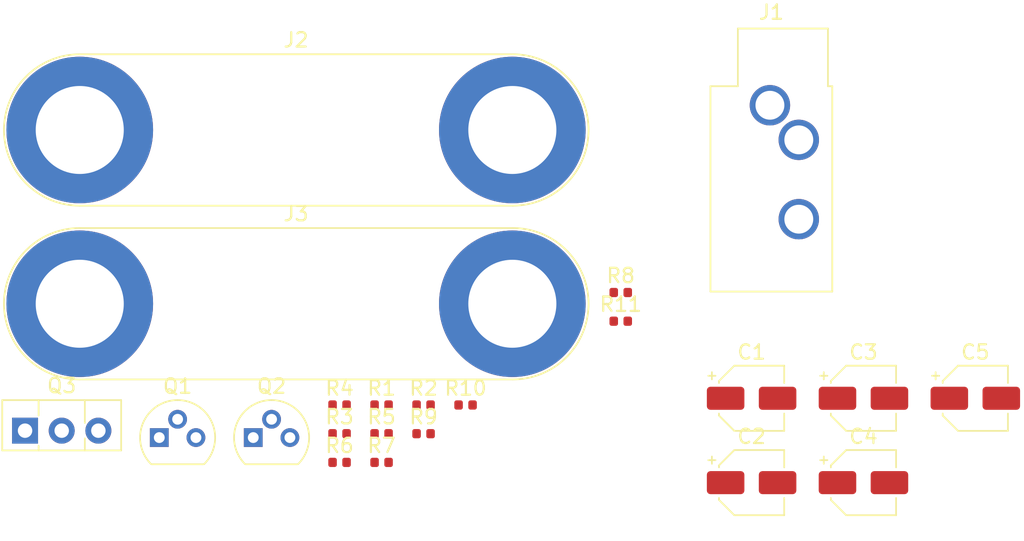
<source format=kicad_pcb>
(kicad_pcb (version 20171130) (host pcbnew "(5.1.0)-1")

  (general
    (thickness 1.6)
    (drawings 0)
    (tracks 0)
    (zones 0)
    (modules 22)
    (nets 15)
  )

  (page A4)
  (layers
    (0 F.Cu signal)
    (31 B.Cu signal)
    (32 B.Adhes user)
    (33 F.Adhes user)
    (34 B.Paste user)
    (35 F.Paste user)
    (36 B.SilkS user)
    (37 F.SilkS user)
    (38 B.Mask user)
    (39 F.Mask user)
    (40 Dwgs.User user)
    (41 Cmts.User user)
    (42 Eco1.User user)
    (43 Eco2.User user)
    (44 Edge.Cuts user)
    (45 Margin user)
    (46 B.CrtYd user)
    (47 F.CrtYd user)
    (48 B.Fab user)
    (49 F.Fab user)
  )

  (setup
    (last_trace_width 0.25)
    (trace_clearance 0.2)
    (zone_clearance 0.508)
    (zone_45_only no)
    (trace_min 0.2)
    (via_size 0.8)
    (via_drill 0.4)
    (via_min_size 0.4)
    (via_min_drill 0.3)
    (uvia_size 0.3)
    (uvia_drill 0.1)
    (uvias_allowed no)
    (uvia_min_size 0.2)
    (uvia_min_drill 0.1)
    (edge_width 0.05)
    (segment_width 0.2)
    (pcb_text_width 0.3)
    (pcb_text_size 1.5 1.5)
    (mod_edge_width 0.12)
    (mod_text_size 1 1)
    (mod_text_width 0.15)
    (pad_size 1.524 1.524)
    (pad_drill 0.762)
    (pad_to_mask_clearance 0.051)
    (solder_mask_min_width 0.25)
    (aux_axis_origin 0 0)
    (visible_elements 7FFFFFFF)
    (pcbplotparams
      (layerselection 0x010fc_ffffffff)
      (usegerberextensions false)
      (usegerberattributes false)
      (usegerberadvancedattributes false)
      (creategerberjobfile false)
      (excludeedgelayer true)
      (linewidth 0.100000)
      (plotframeref false)
      (viasonmask false)
      (mode 1)
      (useauxorigin false)
      (hpglpennumber 1)
      (hpglpenspeed 20)
      (hpglpendiameter 15.000000)
      (psnegative false)
      (psa4output false)
      (plotreference true)
      (plotvalue true)
      (plotinvisibletext false)
      (padsonsilk false)
      (subtractmaskfromsilk false)
      (outputformat 1)
      (mirror false)
      (drillshape 1)
      (scaleselection 1)
      (outputdirectory ""))
  )

  (net 0 "")
  (net 1 "Net-(J2-Pad1)")
  (net 2 GND)
  (net 3 "Net-(C5-Pad2)")
  (net 4 "Net-(C1-Pad2)")
  (net 5 "Net-(Q1-Pad3)")
  (net 6 "Net-(C3-Pad1)")
  (net 7 "Net-(Q2-Pad2)")
  (net 8 "Net-(Q2-Pad3)")
  (net 9 "Net-(C3-Pad2)")
  (net 10 "Net-(C5-Pad1)")
  (net 11 "Net-(C2-Pad1)")
  (net 12 "Net-(C4-Pad1)")
  (net 13 "Net-(C1-Pad1)")
  (net 14 "Net-(J1-PadT)")

  (net_class Default "This is the default net class."
    (clearance 0.2)
    (trace_width 0.25)
    (via_dia 0.8)
    (via_drill 0.4)
    (uvia_dia 0.3)
    (uvia_drill 0.1)
    (add_net GND)
    (add_net "Net-(C1-Pad1)")
    (add_net "Net-(C1-Pad2)")
    (add_net "Net-(C2-Pad1)")
    (add_net "Net-(C3-Pad1)")
    (add_net "Net-(C3-Pad2)")
    (add_net "Net-(C4-Pad1)")
    (add_net "Net-(C5-Pad1)")
    (add_net "Net-(C5-Pad2)")
    (add_net "Net-(J1-PadT)")
    (add_net "Net-(J2-Pad1)")
    (add_net "Net-(Q1-Pad3)")
    (add_net "Net-(Q2-Pad2)")
    (add_net "Net-(Q2-Pad3)")
  )

  (module Connector_Audio:Jack_3.5mm_CUI_SJ1-3533NG_Horizontal_CircularHoles (layer F.Cu) (tedit 5BAD3514) (tstamp 5F8DA859)
    (at 232.41 62.23)
    (descr "TRS 3.5mm, horizontal, through-hole, , circular holeshttps://www.cui.com/product/resource/sj1-353xng.pdf")
    (tags "TRS audio jack stereo horizontal circular")
    (path /5F8A193A)
    (fp_text reference J1 (at 0.1 -6.45) (layer F.SilkS)
      (effects (font (size 1 1) (thickness 0.15)))
    )
    (fp_text value AudioJack2_Ground (at 0.1 14.05) (layer F.Fab)
      (effects (font (size 1 1) (thickness 0.15)))
    )
    (fp_text user %R (at 0.1 3.8) (layer F.Fab)
      (effects (font (size 1 1) (thickness 0.15)))
    )
    (fp_line (start 4.7 -5.7) (end -4.5 -5.7) (layer F.CrtYd) (width 0.05))
    (fp_line (start 4.7 13.3) (end 4.7 -5.7) (layer F.CrtYd) (width 0.05))
    (fp_line (start -4.5 13.3) (end 4.7 13.3) (layer F.CrtYd) (width 0.05))
    (fp_line (start -4.5 -5.7) (end -4.5 13.3) (layer F.CrtYd) (width 0.05))
    (fp_line (start -2.22 -1.32) (end -2.22 -5.32) (layer F.SilkS) (width 0.12))
    (fp_line (start -4.12 -1.32) (end -2.22 -1.32) (layer F.SilkS) (width 0.12))
    (fp_line (start -4.12 12.92) (end -4.12 -1.32) (layer F.SilkS) (width 0.12))
    (fp_line (start 4.32 12.92) (end -4.12 12.92) (layer F.SilkS) (width 0.12))
    (fp_line (start 4.32 -1.32) (end 4.32 12.92) (layer F.SilkS) (width 0.12))
    (fp_line (start 4.02 -1.32) (end 4.32 -1.32) (layer F.SilkS) (width 0.12))
    (fp_line (start 4.02 -5.32) (end 4.02 -1.32) (layer F.SilkS) (width 0.12))
    (fp_line (start -2.22 -5.32) (end 4.02 -5.32) (layer F.SilkS) (width 0.12))
    (fp_line (start -2.1 -1.2) (end -2.1 -5.2) (layer F.Fab) (width 0.1))
    (fp_line (start -4 -1.2) (end -2.1 -1.2) (layer F.Fab) (width 0.1))
    (fp_line (start -4 12.8) (end -4 -1.2) (layer F.Fab) (width 0.1))
    (fp_line (start 4.2 12.8) (end -4 12.8) (layer F.Fab) (width 0.1))
    (fp_line (start 4.2 -1.2) (end 4.2 12.8) (layer F.Fab) (width 0.1))
    (fp_line (start 3.9 -1.2) (end 4.2 -1.2) (layer F.Fab) (width 0.1))
    (fp_line (start 3.9 -5.2) (end 3.9 -1.2) (layer F.Fab) (width 0.1))
    (fp_line (start -2.1 -5.2) (end 3.9 -5.2) (layer F.Fab) (width 0.1))
    (pad R thru_hole circle (at 2 7.9) (size 2.8 2.8) (drill 2) (layers *.Cu *.Mask)
      (net 2 GND))
    (pad T thru_hole circle (at 2 2.4) (size 2.8 2.8) (drill 2) (layers *.Cu *.Mask)
      (net 14 "Net-(J1-PadT)"))
    (pad S thru_hole circle (at 0 0) (size 2.8 2.8) (drill 2) (layers *.Cu *.Mask)
      (net 13 "Net-(C1-Pad1)"))
    (model ${KISYS3DMOD}/Connector_Audio.3dshapes/Jack_3.5mm_CUI_SJ1-3533NG_Horizontal.wrl
      (at (xyz 0 0 0))
      (scale (xyz 1 1 1))
      (rotate (xyz 0 0 0))
    )
  )

  (module Capacitor_SMD:CP_Elec_4x4.5 (layer F.Cu) (tedit 5BCA39CF) (tstamp 5F8D92DE)
    (at 246.64 82.55)
    (descr "SMD capacitor, aluminum electrolytic, Nichicon, 4.0x4.5mm")
    (tags "capacitor electrolytic")
    (path /5F8B47C2)
    (attr smd)
    (fp_text reference C5 (at 0 -3.2) (layer F.SilkS)
      (effects (font (size 1 1) (thickness 0.15)))
    )
    (fp_text value 22uF (at 0 3.2) (layer F.Fab)
      (effects (font (size 1 1) (thickness 0.15)))
    )
    (fp_text user %R (at 0 0) (layer F.Fab)
      (effects (font (size 0.8 0.8) (thickness 0.12)))
    )
    (fp_line (start -3.35 1.05) (end -2.4 1.05) (layer F.CrtYd) (width 0.05))
    (fp_line (start -3.35 -1.05) (end -3.35 1.05) (layer F.CrtYd) (width 0.05))
    (fp_line (start -2.4 -1.05) (end -3.35 -1.05) (layer F.CrtYd) (width 0.05))
    (fp_line (start -2.4 1.05) (end -2.4 1.25) (layer F.CrtYd) (width 0.05))
    (fp_line (start -2.4 -1.25) (end -2.4 -1.05) (layer F.CrtYd) (width 0.05))
    (fp_line (start -2.4 -1.25) (end -1.25 -2.4) (layer F.CrtYd) (width 0.05))
    (fp_line (start -2.4 1.25) (end -1.25 2.4) (layer F.CrtYd) (width 0.05))
    (fp_line (start -1.25 -2.4) (end 2.4 -2.4) (layer F.CrtYd) (width 0.05))
    (fp_line (start -1.25 2.4) (end 2.4 2.4) (layer F.CrtYd) (width 0.05))
    (fp_line (start 2.4 1.05) (end 2.4 2.4) (layer F.CrtYd) (width 0.05))
    (fp_line (start 3.35 1.05) (end 2.4 1.05) (layer F.CrtYd) (width 0.05))
    (fp_line (start 3.35 -1.05) (end 3.35 1.05) (layer F.CrtYd) (width 0.05))
    (fp_line (start 2.4 -1.05) (end 3.35 -1.05) (layer F.CrtYd) (width 0.05))
    (fp_line (start 2.4 -2.4) (end 2.4 -1.05) (layer F.CrtYd) (width 0.05))
    (fp_line (start -2.75 -1.81) (end -2.75 -1.31) (layer F.SilkS) (width 0.12))
    (fp_line (start -3 -1.56) (end -2.5 -1.56) (layer F.SilkS) (width 0.12))
    (fp_line (start -2.26 1.195563) (end -1.195563 2.26) (layer F.SilkS) (width 0.12))
    (fp_line (start -2.26 -1.195563) (end -1.195563 -2.26) (layer F.SilkS) (width 0.12))
    (fp_line (start -2.26 -1.195563) (end -2.26 -1.06) (layer F.SilkS) (width 0.12))
    (fp_line (start -2.26 1.195563) (end -2.26 1.06) (layer F.SilkS) (width 0.12))
    (fp_line (start -1.195563 2.26) (end 2.26 2.26) (layer F.SilkS) (width 0.12))
    (fp_line (start -1.195563 -2.26) (end 2.26 -2.26) (layer F.SilkS) (width 0.12))
    (fp_line (start 2.26 -2.26) (end 2.26 -1.06) (layer F.SilkS) (width 0.12))
    (fp_line (start 2.26 2.26) (end 2.26 1.06) (layer F.SilkS) (width 0.12))
    (fp_line (start -1.374773 -1.2) (end -1.374773 -0.8) (layer F.Fab) (width 0.1))
    (fp_line (start -1.574773 -1) (end -1.174773 -1) (layer F.Fab) (width 0.1))
    (fp_line (start -2.15 1.15) (end -1.15 2.15) (layer F.Fab) (width 0.1))
    (fp_line (start -2.15 -1.15) (end -1.15 -2.15) (layer F.Fab) (width 0.1))
    (fp_line (start -2.15 -1.15) (end -2.15 1.15) (layer F.Fab) (width 0.1))
    (fp_line (start -1.15 2.15) (end 2.15 2.15) (layer F.Fab) (width 0.1))
    (fp_line (start -1.15 -2.15) (end 2.15 -2.15) (layer F.Fab) (width 0.1))
    (fp_line (start 2.15 -2.15) (end 2.15 2.15) (layer F.Fab) (width 0.1))
    (fp_circle (center 0 0) (end 2 0) (layer F.Fab) (width 0.1))
    (pad 2 smd roundrect (at 1.8 0) (size 2.6 1.6) (layers F.Cu F.Paste F.Mask) (roundrect_rratio 0.15625)
      (net 3 "Net-(C5-Pad2)"))
    (pad 1 smd roundrect (at -1.8 0) (size 2.6 1.6) (layers F.Cu F.Paste F.Mask) (roundrect_rratio 0.15625)
      (net 10 "Net-(C5-Pad1)"))
    (model ${KISYS3DMOD}/Capacitor_SMD.3dshapes/CP_Elec_4x4.5.wrl
      (at (xyz 0 0 0))
      (scale (xyz 1 1 1))
      (rotate (xyz 0 0 0))
    )
  )

  (module Capacitor_SMD:CP_Elec_4x4.5 (layer F.Cu) (tedit 5BCA39CF) (tstamp 5F8D92B6)
    (at 238.89 88.4)
    (descr "SMD capacitor, aluminum electrolytic, Nichicon, 4.0x4.5mm")
    (tags "capacitor electrolytic")
    (path /5F88A45C)
    (attr smd)
    (fp_text reference C4 (at 0 -3.2) (layer F.SilkS)
      (effects (font (size 1 1) (thickness 0.15)))
    )
    (fp_text value 3.3uF (at 0 3.2) (layer F.Fab)
      (effects (font (size 1 1) (thickness 0.15)))
    )
    (fp_text user %R (at 0 0) (layer F.Fab)
      (effects (font (size 0.8 0.8) (thickness 0.12)))
    )
    (fp_line (start -3.35 1.05) (end -2.4 1.05) (layer F.CrtYd) (width 0.05))
    (fp_line (start -3.35 -1.05) (end -3.35 1.05) (layer F.CrtYd) (width 0.05))
    (fp_line (start -2.4 -1.05) (end -3.35 -1.05) (layer F.CrtYd) (width 0.05))
    (fp_line (start -2.4 1.05) (end -2.4 1.25) (layer F.CrtYd) (width 0.05))
    (fp_line (start -2.4 -1.25) (end -2.4 -1.05) (layer F.CrtYd) (width 0.05))
    (fp_line (start -2.4 -1.25) (end -1.25 -2.4) (layer F.CrtYd) (width 0.05))
    (fp_line (start -2.4 1.25) (end -1.25 2.4) (layer F.CrtYd) (width 0.05))
    (fp_line (start -1.25 -2.4) (end 2.4 -2.4) (layer F.CrtYd) (width 0.05))
    (fp_line (start -1.25 2.4) (end 2.4 2.4) (layer F.CrtYd) (width 0.05))
    (fp_line (start 2.4 1.05) (end 2.4 2.4) (layer F.CrtYd) (width 0.05))
    (fp_line (start 3.35 1.05) (end 2.4 1.05) (layer F.CrtYd) (width 0.05))
    (fp_line (start 3.35 -1.05) (end 3.35 1.05) (layer F.CrtYd) (width 0.05))
    (fp_line (start 2.4 -1.05) (end 3.35 -1.05) (layer F.CrtYd) (width 0.05))
    (fp_line (start 2.4 -2.4) (end 2.4 -1.05) (layer F.CrtYd) (width 0.05))
    (fp_line (start -2.75 -1.81) (end -2.75 -1.31) (layer F.SilkS) (width 0.12))
    (fp_line (start -3 -1.56) (end -2.5 -1.56) (layer F.SilkS) (width 0.12))
    (fp_line (start -2.26 1.195563) (end -1.195563 2.26) (layer F.SilkS) (width 0.12))
    (fp_line (start -2.26 -1.195563) (end -1.195563 -2.26) (layer F.SilkS) (width 0.12))
    (fp_line (start -2.26 -1.195563) (end -2.26 -1.06) (layer F.SilkS) (width 0.12))
    (fp_line (start -2.26 1.195563) (end -2.26 1.06) (layer F.SilkS) (width 0.12))
    (fp_line (start -1.195563 2.26) (end 2.26 2.26) (layer F.SilkS) (width 0.12))
    (fp_line (start -1.195563 -2.26) (end 2.26 -2.26) (layer F.SilkS) (width 0.12))
    (fp_line (start 2.26 -2.26) (end 2.26 -1.06) (layer F.SilkS) (width 0.12))
    (fp_line (start 2.26 2.26) (end 2.26 1.06) (layer F.SilkS) (width 0.12))
    (fp_line (start -1.374773 -1.2) (end -1.374773 -0.8) (layer F.Fab) (width 0.1))
    (fp_line (start -1.574773 -1) (end -1.174773 -1) (layer F.Fab) (width 0.1))
    (fp_line (start -2.15 1.15) (end -1.15 2.15) (layer F.Fab) (width 0.1))
    (fp_line (start -2.15 -1.15) (end -1.15 -2.15) (layer F.Fab) (width 0.1))
    (fp_line (start -2.15 -1.15) (end -2.15 1.15) (layer F.Fab) (width 0.1))
    (fp_line (start -1.15 2.15) (end 2.15 2.15) (layer F.Fab) (width 0.1))
    (fp_line (start -1.15 -2.15) (end 2.15 -2.15) (layer F.Fab) (width 0.1))
    (fp_line (start 2.15 -2.15) (end 2.15 2.15) (layer F.Fab) (width 0.1))
    (fp_circle (center 0 0) (end 2 0) (layer F.Fab) (width 0.1))
    (pad 2 smd roundrect (at 1.8 0) (size 2.6 1.6) (layers F.Cu F.Paste F.Mask) (roundrect_rratio 0.15625)
      (net 2 GND))
    (pad 1 smd roundrect (at -1.8 0) (size 2.6 1.6) (layers F.Cu F.Paste F.Mask) (roundrect_rratio 0.15625)
      (net 12 "Net-(C4-Pad1)"))
    (model ${KISYS3DMOD}/Capacitor_SMD.3dshapes/CP_Elec_4x4.5.wrl
      (at (xyz 0 0 0))
      (scale (xyz 1 1 1))
      (rotate (xyz 0 0 0))
    )
  )

  (module Capacitor_SMD:CP_Elec_4x4.5 (layer F.Cu) (tedit 5BCA39CF) (tstamp 5F8D928E)
    (at 238.89 82.55)
    (descr "SMD capacitor, aluminum electrolytic, Nichicon, 4.0x4.5mm")
    (tags "capacitor electrolytic")
    (path /5F8BFBC1)
    (attr smd)
    (fp_text reference C3 (at 0 -3.2) (layer F.SilkS)
      (effects (font (size 1 1) (thickness 0.15)))
    )
    (fp_text value 10uF (at 0 3.2) (layer F.Fab)
      (effects (font (size 1 1) (thickness 0.15)))
    )
    (fp_text user %R (at 0 0) (layer F.Fab)
      (effects (font (size 0.8 0.8) (thickness 0.12)))
    )
    (fp_line (start -3.35 1.05) (end -2.4 1.05) (layer F.CrtYd) (width 0.05))
    (fp_line (start -3.35 -1.05) (end -3.35 1.05) (layer F.CrtYd) (width 0.05))
    (fp_line (start -2.4 -1.05) (end -3.35 -1.05) (layer F.CrtYd) (width 0.05))
    (fp_line (start -2.4 1.05) (end -2.4 1.25) (layer F.CrtYd) (width 0.05))
    (fp_line (start -2.4 -1.25) (end -2.4 -1.05) (layer F.CrtYd) (width 0.05))
    (fp_line (start -2.4 -1.25) (end -1.25 -2.4) (layer F.CrtYd) (width 0.05))
    (fp_line (start -2.4 1.25) (end -1.25 2.4) (layer F.CrtYd) (width 0.05))
    (fp_line (start -1.25 -2.4) (end 2.4 -2.4) (layer F.CrtYd) (width 0.05))
    (fp_line (start -1.25 2.4) (end 2.4 2.4) (layer F.CrtYd) (width 0.05))
    (fp_line (start 2.4 1.05) (end 2.4 2.4) (layer F.CrtYd) (width 0.05))
    (fp_line (start 3.35 1.05) (end 2.4 1.05) (layer F.CrtYd) (width 0.05))
    (fp_line (start 3.35 -1.05) (end 3.35 1.05) (layer F.CrtYd) (width 0.05))
    (fp_line (start 2.4 -1.05) (end 3.35 -1.05) (layer F.CrtYd) (width 0.05))
    (fp_line (start 2.4 -2.4) (end 2.4 -1.05) (layer F.CrtYd) (width 0.05))
    (fp_line (start -2.75 -1.81) (end -2.75 -1.31) (layer F.SilkS) (width 0.12))
    (fp_line (start -3 -1.56) (end -2.5 -1.56) (layer F.SilkS) (width 0.12))
    (fp_line (start -2.26 1.195563) (end -1.195563 2.26) (layer F.SilkS) (width 0.12))
    (fp_line (start -2.26 -1.195563) (end -1.195563 -2.26) (layer F.SilkS) (width 0.12))
    (fp_line (start -2.26 -1.195563) (end -2.26 -1.06) (layer F.SilkS) (width 0.12))
    (fp_line (start -2.26 1.195563) (end -2.26 1.06) (layer F.SilkS) (width 0.12))
    (fp_line (start -1.195563 2.26) (end 2.26 2.26) (layer F.SilkS) (width 0.12))
    (fp_line (start -1.195563 -2.26) (end 2.26 -2.26) (layer F.SilkS) (width 0.12))
    (fp_line (start 2.26 -2.26) (end 2.26 -1.06) (layer F.SilkS) (width 0.12))
    (fp_line (start 2.26 2.26) (end 2.26 1.06) (layer F.SilkS) (width 0.12))
    (fp_line (start -1.374773 -1.2) (end -1.374773 -0.8) (layer F.Fab) (width 0.1))
    (fp_line (start -1.574773 -1) (end -1.174773 -1) (layer F.Fab) (width 0.1))
    (fp_line (start -2.15 1.15) (end -1.15 2.15) (layer F.Fab) (width 0.1))
    (fp_line (start -2.15 -1.15) (end -1.15 -2.15) (layer F.Fab) (width 0.1))
    (fp_line (start -2.15 -1.15) (end -2.15 1.15) (layer F.Fab) (width 0.1))
    (fp_line (start -1.15 2.15) (end 2.15 2.15) (layer F.Fab) (width 0.1))
    (fp_line (start -1.15 -2.15) (end 2.15 -2.15) (layer F.Fab) (width 0.1))
    (fp_line (start 2.15 -2.15) (end 2.15 2.15) (layer F.Fab) (width 0.1))
    (fp_circle (center 0 0) (end 2 0) (layer F.Fab) (width 0.1))
    (pad 2 smd roundrect (at 1.8 0) (size 2.6 1.6) (layers F.Cu F.Paste F.Mask) (roundrect_rratio 0.15625)
      (net 9 "Net-(C3-Pad2)"))
    (pad 1 smd roundrect (at -1.8 0) (size 2.6 1.6) (layers F.Cu F.Paste F.Mask) (roundrect_rratio 0.15625)
      (net 6 "Net-(C3-Pad1)"))
    (model ${KISYS3DMOD}/Capacitor_SMD.3dshapes/CP_Elec_4x4.5.wrl
      (at (xyz 0 0 0))
      (scale (xyz 1 1 1))
      (rotate (xyz 0 0 0))
    )
  )

  (module Capacitor_SMD:CP_Elec_4x4.5 (layer F.Cu) (tedit 5BCA39CF) (tstamp 5F8D9266)
    (at 231.14 88.4)
    (descr "SMD capacitor, aluminum electrolytic, Nichicon, 4.0x4.5mm")
    (tags "capacitor electrolytic")
    (path /5F87F83D)
    (attr smd)
    (fp_text reference C2 (at 0 -3.2) (layer F.SilkS)
      (effects (font (size 1 1) (thickness 0.15)))
    )
    (fp_text value 3.3uF (at 0 3.2) (layer F.Fab)
      (effects (font (size 1 1) (thickness 0.15)))
    )
    (fp_text user %R (at 0 0) (layer F.Fab)
      (effects (font (size 0.8 0.8) (thickness 0.12)))
    )
    (fp_line (start -3.35 1.05) (end -2.4 1.05) (layer F.CrtYd) (width 0.05))
    (fp_line (start -3.35 -1.05) (end -3.35 1.05) (layer F.CrtYd) (width 0.05))
    (fp_line (start -2.4 -1.05) (end -3.35 -1.05) (layer F.CrtYd) (width 0.05))
    (fp_line (start -2.4 1.05) (end -2.4 1.25) (layer F.CrtYd) (width 0.05))
    (fp_line (start -2.4 -1.25) (end -2.4 -1.05) (layer F.CrtYd) (width 0.05))
    (fp_line (start -2.4 -1.25) (end -1.25 -2.4) (layer F.CrtYd) (width 0.05))
    (fp_line (start -2.4 1.25) (end -1.25 2.4) (layer F.CrtYd) (width 0.05))
    (fp_line (start -1.25 -2.4) (end 2.4 -2.4) (layer F.CrtYd) (width 0.05))
    (fp_line (start -1.25 2.4) (end 2.4 2.4) (layer F.CrtYd) (width 0.05))
    (fp_line (start 2.4 1.05) (end 2.4 2.4) (layer F.CrtYd) (width 0.05))
    (fp_line (start 3.35 1.05) (end 2.4 1.05) (layer F.CrtYd) (width 0.05))
    (fp_line (start 3.35 -1.05) (end 3.35 1.05) (layer F.CrtYd) (width 0.05))
    (fp_line (start 2.4 -1.05) (end 3.35 -1.05) (layer F.CrtYd) (width 0.05))
    (fp_line (start 2.4 -2.4) (end 2.4 -1.05) (layer F.CrtYd) (width 0.05))
    (fp_line (start -2.75 -1.81) (end -2.75 -1.31) (layer F.SilkS) (width 0.12))
    (fp_line (start -3 -1.56) (end -2.5 -1.56) (layer F.SilkS) (width 0.12))
    (fp_line (start -2.26 1.195563) (end -1.195563 2.26) (layer F.SilkS) (width 0.12))
    (fp_line (start -2.26 -1.195563) (end -1.195563 -2.26) (layer F.SilkS) (width 0.12))
    (fp_line (start -2.26 -1.195563) (end -2.26 -1.06) (layer F.SilkS) (width 0.12))
    (fp_line (start -2.26 1.195563) (end -2.26 1.06) (layer F.SilkS) (width 0.12))
    (fp_line (start -1.195563 2.26) (end 2.26 2.26) (layer F.SilkS) (width 0.12))
    (fp_line (start -1.195563 -2.26) (end 2.26 -2.26) (layer F.SilkS) (width 0.12))
    (fp_line (start 2.26 -2.26) (end 2.26 -1.06) (layer F.SilkS) (width 0.12))
    (fp_line (start 2.26 2.26) (end 2.26 1.06) (layer F.SilkS) (width 0.12))
    (fp_line (start -1.374773 -1.2) (end -1.374773 -0.8) (layer F.Fab) (width 0.1))
    (fp_line (start -1.574773 -1) (end -1.174773 -1) (layer F.Fab) (width 0.1))
    (fp_line (start -2.15 1.15) (end -1.15 2.15) (layer F.Fab) (width 0.1))
    (fp_line (start -2.15 -1.15) (end -1.15 -2.15) (layer F.Fab) (width 0.1))
    (fp_line (start -2.15 -1.15) (end -2.15 1.15) (layer F.Fab) (width 0.1))
    (fp_line (start -1.15 2.15) (end 2.15 2.15) (layer F.Fab) (width 0.1))
    (fp_line (start -1.15 -2.15) (end 2.15 -2.15) (layer F.Fab) (width 0.1))
    (fp_line (start 2.15 -2.15) (end 2.15 2.15) (layer F.Fab) (width 0.1))
    (fp_circle (center 0 0) (end 2 0) (layer F.Fab) (width 0.1))
    (pad 2 smd roundrect (at 1.8 0) (size 2.6 1.6) (layers F.Cu F.Paste F.Mask) (roundrect_rratio 0.15625)
      (net 2 GND))
    (pad 1 smd roundrect (at -1.8 0) (size 2.6 1.6) (layers F.Cu F.Paste F.Mask) (roundrect_rratio 0.15625)
      (net 11 "Net-(C2-Pad1)"))
    (model ${KISYS3DMOD}/Capacitor_SMD.3dshapes/CP_Elec_4x4.5.wrl
      (at (xyz 0 0 0))
      (scale (xyz 1 1 1))
      (rotate (xyz 0 0 0))
    )
  )

  (module Capacitor_SMD:CP_Elec_4x4.5 (layer F.Cu) (tedit 5BCA39CF) (tstamp 5F8D923E)
    (at 231.14 82.55)
    (descr "SMD capacitor, aluminum electrolytic, Nichicon, 4.0x4.5mm")
    (tags "capacitor electrolytic")
    (path /5F87B6C6)
    (attr smd)
    (fp_text reference C1 (at 0 -3.2) (layer F.SilkS)
      (effects (font (size 1 1) (thickness 0.15)))
    )
    (fp_text value 10uF (at 0 3.2) (layer F.Fab)
      (effects (font (size 1 1) (thickness 0.15)))
    )
    (fp_text user %R (at 0 0) (layer F.Fab)
      (effects (font (size 0.8 0.8) (thickness 0.12)))
    )
    (fp_line (start -3.35 1.05) (end -2.4 1.05) (layer F.CrtYd) (width 0.05))
    (fp_line (start -3.35 -1.05) (end -3.35 1.05) (layer F.CrtYd) (width 0.05))
    (fp_line (start -2.4 -1.05) (end -3.35 -1.05) (layer F.CrtYd) (width 0.05))
    (fp_line (start -2.4 1.05) (end -2.4 1.25) (layer F.CrtYd) (width 0.05))
    (fp_line (start -2.4 -1.25) (end -2.4 -1.05) (layer F.CrtYd) (width 0.05))
    (fp_line (start -2.4 -1.25) (end -1.25 -2.4) (layer F.CrtYd) (width 0.05))
    (fp_line (start -2.4 1.25) (end -1.25 2.4) (layer F.CrtYd) (width 0.05))
    (fp_line (start -1.25 -2.4) (end 2.4 -2.4) (layer F.CrtYd) (width 0.05))
    (fp_line (start -1.25 2.4) (end 2.4 2.4) (layer F.CrtYd) (width 0.05))
    (fp_line (start 2.4 1.05) (end 2.4 2.4) (layer F.CrtYd) (width 0.05))
    (fp_line (start 3.35 1.05) (end 2.4 1.05) (layer F.CrtYd) (width 0.05))
    (fp_line (start 3.35 -1.05) (end 3.35 1.05) (layer F.CrtYd) (width 0.05))
    (fp_line (start 2.4 -1.05) (end 3.35 -1.05) (layer F.CrtYd) (width 0.05))
    (fp_line (start 2.4 -2.4) (end 2.4 -1.05) (layer F.CrtYd) (width 0.05))
    (fp_line (start -2.75 -1.81) (end -2.75 -1.31) (layer F.SilkS) (width 0.12))
    (fp_line (start -3 -1.56) (end -2.5 -1.56) (layer F.SilkS) (width 0.12))
    (fp_line (start -2.26 1.195563) (end -1.195563 2.26) (layer F.SilkS) (width 0.12))
    (fp_line (start -2.26 -1.195563) (end -1.195563 -2.26) (layer F.SilkS) (width 0.12))
    (fp_line (start -2.26 -1.195563) (end -2.26 -1.06) (layer F.SilkS) (width 0.12))
    (fp_line (start -2.26 1.195563) (end -2.26 1.06) (layer F.SilkS) (width 0.12))
    (fp_line (start -1.195563 2.26) (end 2.26 2.26) (layer F.SilkS) (width 0.12))
    (fp_line (start -1.195563 -2.26) (end 2.26 -2.26) (layer F.SilkS) (width 0.12))
    (fp_line (start 2.26 -2.26) (end 2.26 -1.06) (layer F.SilkS) (width 0.12))
    (fp_line (start 2.26 2.26) (end 2.26 1.06) (layer F.SilkS) (width 0.12))
    (fp_line (start -1.374773 -1.2) (end -1.374773 -0.8) (layer F.Fab) (width 0.1))
    (fp_line (start -1.574773 -1) (end -1.174773 -1) (layer F.Fab) (width 0.1))
    (fp_line (start -2.15 1.15) (end -1.15 2.15) (layer F.Fab) (width 0.1))
    (fp_line (start -2.15 -1.15) (end -1.15 -2.15) (layer F.Fab) (width 0.1))
    (fp_line (start -2.15 -1.15) (end -2.15 1.15) (layer F.Fab) (width 0.1))
    (fp_line (start -1.15 2.15) (end 2.15 2.15) (layer F.Fab) (width 0.1))
    (fp_line (start -1.15 -2.15) (end 2.15 -2.15) (layer F.Fab) (width 0.1))
    (fp_line (start 2.15 -2.15) (end 2.15 2.15) (layer F.Fab) (width 0.1))
    (fp_circle (center 0 0) (end 2 0) (layer F.Fab) (width 0.1))
    (pad 2 smd roundrect (at 1.8 0) (size 2.6 1.6) (layers F.Cu F.Paste F.Mask) (roundrect_rratio 0.15625)
      (net 4 "Net-(C1-Pad2)"))
    (pad 1 smd roundrect (at -1.8 0) (size 2.6 1.6) (layers F.Cu F.Paste F.Mask) (roundrect_rratio 0.15625)
      (net 13 "Net-(C1-Pad1)"))
    (model ${KISYS3DMOD}/Capacitor_SMD.3dshapes/CP_Elec_4x4.5.wrl
      (at (xyz 0 0 0))
      (scale (xyz 1 1 1))
      (rotate (xyz 0 0 0))
    )
  )

  (module Connector:Banana_Jack_2Pin (layer F.Cu) (tedit 5A1AB217) (tstamp 5F8D88F2)
    (at 184.595001 63.945001)
    (descr "Dual banana socket, footprint - 2 x 6mm drills")
    (tags "banana socket")
    (path /5F89E0FF)
    (fp_text reference J2 (at 14.985 -6.24) (layer F.SilkS)
      (effects (font (size 1 1) (thickness 0.15)))
    )
    (fp_text value 12V (at 14.985 6.29) (layer F.Fab)
      (effects (font (size 1 1) (thickness 0.15)))
    )
    (fp_text user %R (at 14.985 0) (layer F.Fab)
      (effects (font (size 1 1) (thickness 0.15)))
    )
    (fp_line (start 30 -5.5) (end 0 -5.5) (layer F.CrtYd) (width 0.05))
    (fp_line (start 0 5.5) (end 30 5.5) (layer F.CrtYd) (width 0.05))
    (fp_line (start 0 5.25) (end 30 5.25) (layer F.SilkS) (width 0.12))
    (fp_line (start 30 -5.25) (end 0 -5.25) (layer F.SilkS) (width 0.12))
    (fp_circle (center 30 0) (end 32 0) (layer F.Fab) (width 0.1))
    (fp_circle (center 0 0) (end 2 0) (layer F.Fab) (width 0.1))
    (fp_circle (center 0 0) (end 4.75 0) (layer F.Fab) (width 0.1))
    (fp_circle (center 30 0) (end 34.75 0) (layer F.Fab) (width 0.1))
    (fp_arc (start 0 0) (end 0 5.5) (angle 180) (layer F.CrtYd) (width 0.05))
    (fp_arc (start 30 0) (end 30 -5.5) (angle 180) (layer F.CrtYd) (width 0.05))
    (fp_arc (start 30 0) (end 30 -5.25) (angle 180) (layer F.SilkS) (width 0.12))
    (fp_arc (start 0 0) (end 0 5.25) (angle 180) (layer F.SilkS) (width 0.12))
    (pad 1 thru_hole circle (at 0 0) (size 10.16 10.16) (drill 6.1) (layers *.Cu *.Mask)
      (net 1 "Net-(J2-Pad1)"))
    (pad 2 thru_hole circle (at 29.97 0) (size 10.16 10.16) (drill 6.1) (layers *.Cu *.Mask)
      (net 2 GND))
    (model ${KISYS3DMOD}/Connector.3dshapes/Banana_Jack_2Pin.wrl
      (offset (xyz 14.98599977493286 0 0))
      (scale (xyz 2 2 2))
      (rotate (xyz 0 0 0))
    )
  )

  (module Connector:Banana_Jack_2Pin (layer F.Cu) (tedit 5A1AB217) (tstamp 5F8D8905)
    (at 184.595001 75.995001)
    (descr "Dual banana socket, footprint - 2 x 6mm drills")
    (tags "banana socket")
    (path /5F8C6ECE)
    (fp_text reference J3 (at 14.985 -6.24) (layer F.SilkS)
      (effects (font (size 1 1) (thickness 0.15)))
    )
    (fp_text value "Signal out" (at 14.985 6.29) (layer F.Fab)
      (effects (font (size 1 1) (thickness 0.15)))
    )
    (fp_arc (start 0 0) (end 0 5.25) (angle 180) (layer F.SilkS) (width 0.12))
    (fp_arc (start 30 0) (end 30 -5.25) (angle 180) (layer F.SilkS) (width 0.12))
    (fp_arc (start 30 0) (end 30 -5.5) (angle 180) (layer F.CrtYd) (width 0.05))
    (fp_arc (start 0 0) (end 0 5.5) (angle 180) (layer F.CrtYd) (width 0.05))
    (fp_circle (center 30 0) (end 34.75 0) (layer F.Fab) (width 0.1))
    (fp_circle (center 0 0) (end 4.75 0) (layer F.Fab) (width 0.1))
    (fp_circle (center 0 0) (end 2 0) (layer F.Fab) (width 0.1))
    (fp_circle (center 30 0) (end 32 0) (layer F.Fab) (width 0.1))
    (fp_line (start 30 -5.25) (end 0 -5.25) (layer F.SilkS) (width 0.12))
    (fp_line (start 0 5.25) (end 30 5.25) (layer F.SilkS) (width 0.12))
    (fp_line (start 0 5.5) (end 30 5.5) (layer F.CrtYd) (width 0.05))
    (fp_line (start 30 -5.5) (end 0 -5.5) (layer F.CrtYd) (width 0.05))
    (fp_text user %R (at 14.985 0) (layer F.Fab)
      (effects (font (size 1 1) (thickness 0.15)))
    )
    (pad 2 thru_hole circle (at 29.97 0) (size 10.16 10.16) (drill 6.1) (layers *.Cu *.Mask)
      (net 2 GND))
    (pad 1 thru_hole circle (at 0 0) (size 10.16 10.16) (drill 6.1) (layers *.Cu *.Mask)
      (net 3 "Net-(C5-Pad2)"))
    (model ${KISYS3DMOD}/Connector.3dshapes/Banana_Jack_2Pin.wrl
      (offset (xyz 14.98599977493286 0 0))
      (scale (xyz 2 2 2))
      (rotate (xyz 0 0 0))
    )
  )

  (module Package_TO_SOT_THT:TO-92 (layer F.Cu) (tedit 5A279852) (tstamp 5F8D8917)
    (at 190.105001 85.275001)
    (descr "TO-92 leads molded, narrow, drill 0.75mm (see NXP sot054_po.pdf)")
    (tags "to-92 sc-43 sc-43a sot54 PA33 transistor")
    (path /5F879C61)
    (fp_text reference Q1 (at 1.27 -3.56) (layer F.SilkS)
      (effects (font (size 1 1) (thickness 0.15)))
    )
    (fp_text value BC546 (at 1.27 2.79) (layer F.Fab)
      (effects (font (size 1 1) (thickness 0.15)))
    )
    (fp_arc (start 1.27 0) (end 1.27 -2.6) (angle 135) (layer F.SilkS) (width 0.12))
    (fp_arc (start 1.27 0) (end 1.27 -2.48) (angle -135) (layer F.Fab) (width 0.1))
    (fp_arc (start 1.27 0) (end 1.27 -2.6) (angle -135) (layer F.SilkS) (width 0.12))
    (fp_arc (start 1.27 0) (end 1.27 -2.48) (angle 135) (layer F.Fab) (width 0.1))
    (fp_line (start 4 2.01) (end -1.46 2.01) (layer F.CrtYd) (width 0.05))
    (fp_line (start 4 2.01) (end 4 -2.73) (layer F.CrtYd) (width 0.05))
    (fp_line (start -1.46 -2.73) (end -1.46 2.01) (layer F.CrtYd) (width 0.05))
    (fp_line (start -1.46 -2.73) (end 4 -2.73) (layer F.CrtYd) (width 0.05))
    (fp_line (start -0.5 1.75) (end 3 1.75) (layer F.Fab) (width 0.1))
    (fp_line (start -0.53 1.85) (end 3.07 1.85) (layer F.SilkS) (width 0.12))
    (fp_text user %R (at 1.27 -3.56) (layer F.Fab)
      (effects (font (size 1 1) (thickness 0.15)))
    )
    (pad 1 thru_hole rect (at 0 0 90) (size 1.3 1.3) (drill 0.75) (layers *.Cu *.Mask)
      (net 4 "Net-(C1-Pad2)"))
    (pad 3 thru_hole circle (at 2.54 0 90) (size 1.3 1.3) (drill 0.75) (layers *.Cu *.Mask)
      (net 5 "Net-(Q1-Pad3)"))
    (pad 2 thru_hole circle (at 1.27 -1.27 90) (size 1.3 1.3) (drill 0.75) (layers *.Cu *.Mask)
      (net 6 "Net-(C3-Pad1)"))
    (model ${KISYS3DMOD}/Package_TO_SOT_THT.3dshapes/TO-92.wrl
      (at (xyz 0 0 0))
      (scale (xyz 1 1 1))
      (rotate (xyz 0 0 0))
    )
  )

  (module Package_TO_SOT_THT:TO-92 (layer F.Cu) (tedit 5A279852) (tstamp 5F8D8929)
    (at 196.615001 85.275001)
    (descr "TO-92 leads molded, narrow, drill 0.75mm (see NXP sot054_po.pdf)")
    (tags "to-92 sc-43 sc-43a sot54 PA33 transistor")
    (path /5F88A433)
    (fp_text reference Q2 (at 1.27 -3.56) (layer F.SilkS)
      (effects (font (size 1 1) (thickness 0.15)))
    )
    (fp_text value BC546 (at 1.27 2.79) (layer F.Fab)
      (effects (font (size 1 1) (thickness 0.15)))
    )
    (fp_text user %R (at 1.27 -3.56) (layer F.Fab)
      (effects (font (size 1 1) (thickness 0.15)))
    )
    (fp_line (start -0.53 1.85) (end 3.07 1.85) (layer F.SilkS) (width 0.12))
    (fp_line (start -0.5 1.75) (end 3 1.75) (layer F.Fab) (width 0.1))
    (fp_line (start -1.46 -2.73) (end 4 -2.73) (layer F.CrtYd) (width 0.05))
    (fp_line (start -1.46 -2.73) (end -1.46 2.01) (layer F.CrtYd) (width 0.05))
    (fp_line (start 4 2.01) (end 4 -2.73) (layer F.CrtYd) (width 0.05))
    (fp_line (start 4 2.01) (end -1.46 2.01) (layer F.CrtYd) (width 0.05))
    (fp_arc (start 1.27 0) (end 1.27 -2.48) (angle 135) (layer F.Fab) (width 0.1))
    (fp_arc (start 1.27 0) (end 1.27 -2.6) (angle -135) (layer F.SilkS) (width 0.12))
    (fp_arc (start 1.27 0) (end 1.27 -2.48) (angle -135) (layer F.Fab) (width 0.1))
    (fp_arc (start 1.27 0) (end 1.27 -2.6) (angle 135) (layer F.SilkS) (width 0.12))
    (pad 2 thru_hole circle (at 1.27 -1.27 90) (size 1.3 1.3) (drill 0.75) (layers *.Cu *.Mask)
      (net 7 "Net-(Q2-Pad2)"))
    (pad 3 thru_hole circle (at 2.54 0 90) (size 1.3 1.3) (drill 0.75) (layers *.Cu *.Mask)
      (net 8 "Net-(Q2-Pad3)"))
    (pad 1 thru_hole rect (at 0 0 90) (size 1.3 1.3) (drill 0.75) (layers *.Cu *.Mask)
      (net 9 "Net-(C3-Pad2)"))
    (model ${KISYS3DMOD}/Package_TO_SOT_THT.3dshapes/TO-92.wrl
      (at (xyz 0 0 0))
      (scale (xyz 1 1 1))
      (rotate (xyz 0 0 0))
    )
  )

  (module Package_TO_SOT_THT:TO-126-3_Vertical (layer F.Cu) (tedit 5AC8BA0D) (tstamp 5F8D8943)
    (at 180.805001 84.795001)
    (descr "TO-126-3, Vertical, RM 2.54mm, see https://www.diodes.com/assets/Package-Files/TO126.pdf")
    (tags "TO-126-3 Vertical RM 2.54mm")
    (path /5F8AD56F)
    (fp_text reference Q3 (at 2.54 -3.12) (layer F.SilkS)
      (effects (font (size 1 1) (thickness 0.15)))
    )
    (fp_text value BD139 (at 2.54 2.5) (layer F.Fab)
      (effects (font (size 1 1) (thickness 0.15)))
    )
    (fp_line (start -1.46 -2) (end -1.46 1.25) (layer F.Fab) (width 0.1))
    (fp_line (start -1.46 1.25) (end 6.54 1.25) (layer F.Fab) (width 0.1))
    (fp_line (start 6.54 1.25) (end 6.54 -2) (layer F.Fab) (width 0.1))
    (fp_line (start 6.54 -2) (end -1.46 -2) (layer F.Fab) (width 0.1))
    (fp_line (start 0.94 -2) (end 0.94 1.25) (layer F.Fab) (width 0.1))
    (fp_line (start 4.14 -2) (end 4.14 1.25) (layer F.Fab) (width 0.1))
    (fp_line (start -1.58 -2.12) (end 6.66 -2.12) (layer F.SilkS) (width 0.12))
    (fp_line (start -1.58 1.37) (end 6.66 1.37) (layer F.SilkS) (width 0.12))
    (fp_line (start -1.58 -2.12) (end -1.58 1.37) (layer F.SilkS) (width 0.12))
    (fp_line (start 6.66 -2.12) (end 6.66 1.37) (layer F.SilkS) (width 0.12))
    (fp_line (start 0.94 -2.12) (end 0.94 -1.05) (layer F.SilkS) (width 0.12))
    (fp_line (start 0.94 1.05) (end 0.94 1.37) (layer F.SilkS) (width 0.12))
    (fp_line (start 4.141 -2.12) (end 4.141 -0.54) (layer F.SilkS) (width 0.12))
    (fp_line (start 4.141 0.54) (end 4.141 1.37) (layer F.SilkS) (width 0.12))
    (fp_line (start -1.71 -2.25) (end -1.71 1.5) (layer F.CrtYd) (width 0.05))
    (fp_line (start -1.71 1.5) (end 6.79 1.5) (layer F.CrtYd) (width 0.05))
    (fp_line (start 6.79 1.5) (end 6.79 -2.25) (layer F.CrtYd) (width 0.05))
    (fp_line (start 6.79 -2.25) (end -1.71 -2.25) (layer F.CrtYd) (width 0.05))
    (fp_text user %R (at 2.54 -3.12) (layer F.Fab)
      (effects (font (size 1 1) (thickness 0.15)))
    )
    (pad 1 thru_hole rect (at 0 0) (size 1.8 1.8) (drill 1) (layers *.Cu *.Mask)
      (net 7 "Net-(Q2-Pad2)"))
    (pad 2 thru_hole oval (at 2.54 0) (size 1.8 1.8) (drill 1) (layers *.Cu *.Mask)
      (net 1 "Net-(J2-Pad1)"))
    (pad 3 thru_hole oval (at 5.08 0) (size 1.8 1.8) (drill 1) (layers *.Cu *.Mask)
      (net 10 "Net-(C5-Pad1)"))
    (model ${KISYS3DMOD}/Package_TO_SOT_THT.3dshapes/TO-126-3_Vertical.wrl
      (at (xyz 0 0 0))
      (scale (xyz 1 1 1))
      (rotate (xyz 0 0 0))
    )
  )

  (module Resistor_SMD:R_0402_1005Metric (layer F.Cu) (tedit 5B301BBD) (tstamp 5F8D8952)
    (at 205.505001 83.015001)
    (descr "Resistor SMD 0402 (1005 Metric), square (rectangular) end terminal, IPC_7351 nominal, (Body size source: http://www.tortai-tech.com/upload/download/2011102023233369053.pdf), generated with kicad-footprint-generator")
    (tags resistor)
    (path /5F87A7B4)
    (attr smd)
    (fp_text reference R1 (at 0 -1.17) (layer F.SilkS)
      (effects (font (size 1 1) (thickness 0.15)))
    )
    (fp_text value 56k (at 0 1.17) (layer F.Fab)
      (effects (font (size 1 1) (thickness 0.15)))
    )
    (fp_line (start -0.5 0.25) (end -0.5 -0.25) (layer F.Fab) (width 0.1))
    (fp_line (start -0.5 -0.25) (end 0.5 -0.25) (layer F.Fab) (width 0.1))
    (fp_line (start 0.5 -0.25) (end 0.5 0.25) (layer F.Fab) (width 0.1))
    (fp_line (start 0.5 0.25) (end -0.5 0.25) (layer F.Fab) (width 0.1))
    (fp_line (start -0.93 0.47) (end -0.93 -0.47) (layer F.CrtYd) (width 0.05))
    (fp_line (start -0.93 -0.47) (end 0.93 -0.47) (layer F.CrtYd) (width 0.05))
    (fp_line (start 0.93 -0.47) (end 0.93 0.47) (layer F.CrtYd) (width 0.05))
    (fp_line (start 0.93 0.47) (end -0.93 0.47) (layer F.CrtYd) (width 0.05))
    (fp_text user %R (at 0 0) (layer F.Fab)
      (effects (font (size 0.25 0.25) (thickness 0.04)))
    )
    (pad 1 smd roundrect (at -0.485 0) (size 0.59 0.64) (layers F.Cu F.Paste F.Mask) (roundrect_rratio 0.25)
      (net 1 "Net-(J2-Pad1)"))
    (pad 2 smd roundrect (at 0.485 0) (size 0.59 0.64) (layers F.Cu F.Paste F.Mask) (roundrect_rratio 0.25)
      (net 4 "Net-(C1-Pad2)"))
    (model ${KISYS3DMOD}/Resistor_SMD.3dshapes/R_0402_1005Metric.wrl
      (at (xyz 0 0 0))
      (scale (xyz 1 1 1))
      (rotate (xyz 0 0 0))
    )
  )

  (module Resistor_SMD:R_0402_1005Metric (layer F.Cu) (tedit 5B301BBD) (tstamp 5F8D8961)
    (at 208.415001 83.015001)
    (descr "Resistor SMD 0402 (1005 Metric), square (rectangular) end terminal, IPC_7351 nominal, (Body size source: http://www.tortai-tech.com/upload/download/2011102023233369053.pdf), generated with kicad-footprint-generator")
    (tags resistor)
    (path /5F87CB41)
    (attr smd)
    (fp_text reference R2 (at 0 -1.17) (layer F.SilkS)
      (effects (font (size 1 1) (thickness 0.15)))
    )
    (fp_text value 6k8 (at 0 1.17) (layer F.Fab)
      (effects (font (size 1 1) (thickness 0.15)))
    )
    (fp_text user %R (at 0 0) (layer F.Fab)
      (effects (font (size 0.25 0.25) (thickness 0.04)))
    )
    (fp_line (start 0.93 0.47) (end -0.93 0.47) (layer F.CrtYd) (width 0.05))
    (fp_line (start 0.93 -0.47) (end 0.93 0.47) (layer F.CrtYd) (width 0.05))
    (fp_line (start -0.93 -0.47) (end 0.93 -0.47) (layer F.CrtYd) (width 0.05))
    (fp_line (start -0.93 0.47) (end -0.93 -0.47) (layer F.CrtYd) (width 0.05))
    (fp_line (start 0.5 0.25) (end -0.5 0.25) (layer F.Fab) (width 0.1))
    (fp_line (start 0.5 -0.25) (end 0.5 0.25) (layer F.Fab) (width 0.1))
    (fp_line (start -0.5 -0.25) (end 0.5 -0.25) (layer F.Fab) (width 0.1))
    (fp_line (start -0.5 0.25) (end -0.5 -0.25) (layer F.Fab) (width 0.1))
    (pad 2 smd roundrect (at 0.485 0) (size 0.59 0.64) (layers F.Cu F.Paste F.Mask) (roundrect_rratio 0.25)
      (net 2 GND))
    (pad 1 smd roundrect (at -0.485 0) (size 0.59 0.64) (layers F.Cu F.Paste F.Mask) (roundrect_rratio 0.25)
      (net 4 "Net-(C1-Pad2)"))
    (model ${KISYS3DMOD}/Resistor_SMD.3dshapes/R_0402_1005Metric.wrl
      (at (xyz 0 0 0))
      (scale (xyz 1 1 1))
      (rotate (xyz 0 0 0))
    )
  )

  (module Resistor_SMD:R_0402_1005Metric (layer F.Cu) (tedit 5B301BBD) (tstamp 5F8D8970)
    (at 202.595001 85.005001)
    (descr "Resistor SMD 0402 (1005 Metric), square (rectangular) end terminal, IPC_7351 nominal, (Body size source: http://www.tortai-tech.com/upload/download/2011102023233369053.pdf), generated with kicad-footprint-generator")
    (tags resistor)
    (path /5F8829A4)
    (attr smd)
    (fp_text reference R3 (at 0 -1.17) (layer F.SilkS)
      (effects (font (size 1 1) (thickness 0.15)))
    )
    (fp_text value 2k7 (at 0 1.17) (layer F.Fab)
      (effects (font (size 1 1) (thickness 0.15)))
    )
    (fp_text user %R (at 0 0) (layer F.Fab)
      (effects (font (size 0.25 0.25) (thickness 0.04)))
    )
    (fp_line (start 0.93 0.47) (end -0.93 0.47) (layer F.CrtYd) (width 0.05))
    (fp_line (start 0.93 -0.47) (end 0.93 0.47) (layer F.CrtYd) (width 0.05))
    (fp_line (start -0.93 -0.47) (end 0.93 -0.47) (layer F.CrtYd) (width 0.05))
    (fp_line (start -0.93 0.47) (end -0.93 -0.47) (layer F.CrtYd) (width 0.05))
    (fp_line (start 0.5 0.25) (end -0.5 0.25) (layer F.Fab) (width 0.1))
    (fp_line (start 0.5 -0.25) (end 0.5 0.25) (layer F.Fab) (width 0.1))
    (fp_line (start -0.5 -0.25) (end 0.5 -0.25) (layer F.Fab) (width 0.1))
    (fp_line (start -0.5 0.25) (end -0.5 -0.25) (layer F.Fab) (width 0.1))
    (pad 2 smd roundrect (at 0.485 0) (size 0.59 0.64) (layers F.Cu F.Paste F.Mask) (roundrect_rratio 0.25)
      (net 6 "Net-(C3-Pad1)"))
    (pad 1 smd roundrect (at -0.485 0) (size 0.59 0.64) (layers F.Cu F.Paste F.Mask) (roundrect_rratio 0.25)
      (net 1 "Net-(J2-Pad1)"))
    (model ${KISYS3DMOD}/Resistor_SMD.3dshapes/R_0402_1005Metric.wrl
      (at (xyz 0 0 0))
      (scale (xyz 1 1 1))
      (rotate (xyz 0 0 0))
    )
  )

  (module Resistor_SMD:R_0402_1005Metric (layer F.Cu) (tedit 5B301BBD) (tstamp 5F8D897F)
    (at 202.595001 83.015001)
    (descr "Resistor SMD 0402 (1005 Metric), square (rectangular) end terminal, IPC_7351 nominal, (Body size source: http://www.tortai-tech.com/upload/download/2011102023233369053.pdf), generated with kicad-footprint-generator")
    (tags resistor)
    (path /5F8D1B17)
    (attr smd)
    (fp_text reference R4 (at 0 -1.17) (layer F.SilkS)
      (effects (font (size 1 1) (thickness 0.15)))
    )
    (fp_text value 120 (at 0 1.17) (layer F.Fab)
      (effects (font (size 1 1) (thickness 0.15)))
    )
    (fp_text user %R (at 0 0) (layer F.Fab)
      (effects (font (size 0.25 0.25) (thickness 0.04)))
    )
    (fp_line (start 0.93 0.47) (end -0.93 0.47) (layer F.CrtYd) (width 0.05))
    (fp_line (start 0.93 -0.47) (end 0.93 0.47) (layer F.CrtYd) (width 0.05))
    (fp_line (start -0.93 -0.47) (end 0.93 -0.47) (layer F.CrtYd) (width 0.05))
    (fp_line (start -0.93 0.47) (end -0.93 -0.47) (layer F.CrtYd) (width 0.05))
    (fp_line (start 0.5 0.25) (end -0.5 0.25) (layer F.Fab) (width 0.1))
    (fp_line (start 0.5 -0.25) (end 0.5 0.25) (layer F.Fab) (width 0.1))
    (fp_line (start -0.5 -0.25) (end 0.5 -0.25) (layer F.Fab) (width 0.1))
    (fp_line (start -0.5 0.25) (end -0.5 -0.25) (layer F.Fab) (width 0.1))
    (pad 2 smd roundrect (at 0.485 0) (size 0.59 0.64) (layers F.Cu F.Paste F.Mask) (roundrect_rratio 0.25)
      (net 11 "Net-(C2-Pad1)"))
    (pad 1 smd roundrect (at -0.485 0) (size 0.59 0.64) (layers F.Cu F.Paste F.Mask) (roundrect_rratio 0.25)
      (net 5 "Net-(Q1-Pad3)"))
    (model ${KISYS3DMOD}/Resistor_SMD.3dshapes/R_0402_1005Metric.wrl
      (at (xyz 0 0 0))
      (scale (xyz 1 1 1))
      (rotate (xyz 0 0 0))
    )
  )

  (module Resistor_SMD:R_0402_1005Metric (layer F.Cu) (tedit 5B301BBD) (tstamp 5F8D898E)
    (at 205.505001 85.005001)
    (descr "Resistor SMD 0402 (1005 Metric), square (rectangular) end terminal, IPC_7351 nominal, (Body size source: http://www.tortai-tech.com/upload/download/2011102023233369053.pdf), generated with kicad-footprint-generator")
    (tags resistor)
    (path /5F87E621)
    (attr smd)
    (fp_text reference R5 (at 0 -1.17) (layer F.SilkS)
      (effects (font (size 1 1) (thickness 0.15)))
    )
    (fp_text value 120 (at 0 1.17) (layer F.Fab)
      (effects (font (size 1 1) (thickness 0.15)))
    )
    (fp_line (start -0.5 0.25) (end -0.5 -0.25) (layer F.Fab) (width 0.1))
    (fp_line (start -0.5 -0.25) (end 0.5 -0.25) (layer F.Fab) (width 0.1))
    (fp_line (start 0.5 -0.25) (end 0.5 0.25) (layer F.Fab) (width 0.1))
    (fp_line (start 0.5 0.25) (end -0.5 0.25) (layer F.Fab) (width 0.1))
    (fp_line (start -0.93 0.47) (end -0.93 -0.47) (layer F.CrtYd) (width 0.05))
    (fp_line (start -0.93 -0.47) (end 0.93 -0.47) (layer F.CrtYd) (width 0.05))
    (fp_line (start 0.93 -0.47) (end 0.93 0.47) (layer F.CrtYd) (width 0.05))
    (fp_line (start 0.93 0.47) (end -0.93 0.47) (layer F.CrtYd) (width 0.05))
    (fp_text user %R (at 0 0) (layer F.Fab)
      (effects (font (size 0.25 0.25) (thickness 0.04)))
    )
    (pad 1 smd roundrect (at -0.485 0) (size 0.59 0.64) (layers F.Cu F.Paste F.Mask) (roundrect_rratio 0.25)
      (net 11 "Net-(C2-Pad1)"))
    (pad 2 smd roundrect (at 0.485 0) (size 0.59 0.64) (layers F.Cu F.Paste F.Mask) (roundrect_rratio 0.25)
      (net 2 GND))
    (model ${KISYS3DMOD}/Resistor_SMD.3dshapes/R_0402_1005Metric.wrl
      (at (xyz 0 0 0))
      (scale (xyz 1 1 1))
      (rotate (xyz 0 0 0))
    )
  )

  (module Resistor_SMD:R_0402_1005Metric (layer F.Cu) (tedit 5B301BBD) (tstamp 5F8D899D)
    (at 202.595001 86.995001)
    (descr "Resistor SMD 0402 (1005 Metric), square (rectangular) end terminal, IPC_7351 nominal, (Body size source: http://www.tortai-tech.com/upload/download/2011102023233369053.pdf), generated with kicad-footprint-generator")
    (tags resistor)
    (path /5F88A439)
    (attr smd)
    (fp_text reference R6 (at 0 -1.17) (layer F.SilkS)
      (effects (font (size 1 1) (thickness 0.15)))
    )
    (fp_text value 56k (at 0 1.17) (layer F.Fab)
      (effects (font (size 1 1) (thickness 0.15)))
    )
    (fp_line (start -0.5 0.25) (end -0.5 -0.25) (layer F.Fab) (width 0.1))
    (fp_line (start -0.5 -0.25) (end 0.5 -0.25) (layer F.Fab) (width 0.1))
    (fp_line (start 0.5 -0.25) (end 0.5 0.25) (layer F.Fab) (width 0.1))
    (fp_line (start 0.5 0.25) (end -0.5 0.25) (layer F.Fab) (width 0.1))
    (fp_line (start -0.93 0.47) (end -0.93 -0.47) (layer F.CrtYd) (width 0.05))
    (fp_line (start -0.93 -0.47) (end 0.93 -0.47) (layer F.CrtYd) (width 0.05))
    (fp_line (start 0.93 -0.47) (end 0.93 0.47) (layer F.CrtYd) (width 0.05))
    (fp_line (start 0.93 0.47) (end -0.93 0.47) (layer F.CrtYd) (width 0.05))
    (fp_text user %R (at 0 0) (layer F.Fab)
      (effects (font (size 0.25 0.25) (thickness 0.04)))
    )
    (pad 1 smd roundrect (at -0.485 0) (size 0.59 0.64) (layers F.Cu F.Paste F.Mask) (roundrect_rratio 0.25)
      (net 1 "Net-(J2-Pad1)"))
    (pad 2 smd roundrect (at 0.485 0) (size 0.59 0.64) (layers F.Cu F.Paste F.Mask) (roundrect_rratio 0.25)
      (net 9 "Net-(C3-Pad2)"))
    (model ${KISYS3DMOD}/Resistor_SMD.3dshapes/R_0402_1005Metric.wrl
      (at (xyz 0 0 0))
      (scale (xyz 1 1 1))
      (rotate (xyz 0 0 0))
    )
  )

  (module Resistor_SMD:R_0402_1005Metric (layer F.Cu) (tedit 5B301BBD) (tstamp 5F8D89AC)
    (at 205.505001 86.995001)
    (descr "Resistor SMD 0402 (1005 Metric), square (rectangular) end terminal, IPC_7351 nominal, (Body size source: http://www.tortai-tech.com/upload/download/2011102023233369053.pdf), generated with kicad-footprint-generator")
    (tags resistor)
    (path /5F88A449)
    (attr smd)
    (fp_text reference R7 (at 0 -1.17) (layer F.SilkS)
      (effects (font (size 1 1) (thickness 0.15)))
    )
    (fp_text value 6k8 (at 0 1.17) (layer F.Fab)
      (effects (font (size 1 1) (thickness 0.15)))
    )
    (fp_text user %R (at 0 0) (layer F.Fab)
      (effects (font (size 0.25 0.25) (thickness 0.04)))
    )
    (fp_line (start 0.93 0.47) (end -0.93 0.47) (layer F.CrtYd) (width 0.05))
    (fp_line (start 0.93 -0.47) (end 0.93 0.47) (layer F.CrtYd) (width 0.05))
    (fp_line (start -0.93 -0.47) (end 0.93 -0.47) (layer F.CrtYd) (width 0.05))
    (fp_line (start -0.93 0.47) (end -0.93 -0.47) (layer F.CrtYd) (width 0.05))
    (fp_line (start 0.5 0.25) (end -0.5 0.25) (layer F.Fab) (width 0.1))
    (fp_line (start 0.5 -0.25) (end 0.5 0.25) (layer F.Fab) (width 0.1))
    (fp_line (start -0.5 -0.25) (end 0.5 -0.25) (layer F.Fab) (width 0.1))
    (fp_line (start -0.5 0.25) (end -0.5 -0.25) (layer F.Fab) (width 0.1))
    (pad 2 smd roundrect (at 0.485 0) (size 0.59 0.64) (layers F.Cu F.Paste F.Mask) (roundrect_rratio 0.25)
      (net 2 GND))
    (pad 1 smd roundrect (at -0.485 0) (size 0.59 0.64) (layers F.Cu F.Paste F.Mask) (roundrect_rratio 0.25)
      (net 9 "Net-(C3-Pad2)"))
    (model ${KISYS3DMOD}/Resistor_SMD.3dshapes/R_0402_1005Metric.wrl
      (at (xyz 0 0 0))
      (scale (xyz 1 1 1))
      (rotate (xyz 0 0 0))
    )
  )

  (module Resistor_SMD:R_0402_1005Metric (layer F.Cu) (tedit 5B301BBD) (tstamp 5F8D89BB)
    (at 222.075001 75.215001)
    (descr "Resistor SMD 0402 (1005 Metric), square (rectangular) end terminal, IPC_7351 nominal, (Body size source: http://www.tortai-tech.com/upload/download/2011102023233369053.pdf), generated with kicad-footprint-generator")
    (tags resistor)
    (path /5F88A46C)
    (attr smd)
    (fp_text reference R8 (at 0 -1.17) (layer F.SilkS)
      (effects (font (size 1 1) (thickness 0.15)))
    )
    (fp_text value 2k7 (at 0 1.17) (layer F.Fab)
      (effects (font (size 1 1) (thickness 0.15)))
    )
    (fp_line (start -0.5 0.25) (end -0.5 -0.25) (layer F.Fab) (width 0.1))
    (fp_line (start -0.5 -0.25) (end 0.5 -0.25) (layer F.Fab) (width 0.1))
    (fp_line (start 0.5 -0.25) (end 0.5 0.25) (layer F.Fab) (width 0.1))
    (fp_line (start 0.5 0.25) (end -0.5 0.25) (layer F.Fab) (width 0.1))
    (fp_line (start -0.93 0.47) (end -0.93 -0.47) (layer F.CrtYd) (width 0.05))
    (fp_line (start -0.93 -0.47) (end 0.93 -0.47) (layer F.CrtYd) (width 0.05))
    (fp_line (start 0.93 -0.47) (end 0.93 0.47) (layer F.CrtYd) (width 0.05))
    (fp_line (start 0.93 0.47) (end -0.93 0.47) (layer F.CrtYd) (width 0.05))
    (fp_text user %R (at 0 0) (layer F.Fab)
      (effects (font (size 0.25 0.25) (thickness 0.04)))
    )
    (pad 1 smd roundrect (at -0.485 0) (size 0.59 0.64) (layers F.Cu F.Paste F.Mask) (roundrect_rratio 0.25)
      (net 1 "Net-(J2-Pad1)"))
    (pad 2 smd roundrect (at 0.485 0) (size 0.59 0.64) (layers F.Cu F.Paste F.Mask) (roundrect_rratio 0.25)
      (net 7 "Net-(Q2-Pad2)"))
    (model ${KISYS3DMOD}/Resistor_SMD.3dshapes/R_0402_1005Metric.wrl
      (at (xyz 0 0 0))
      (scale (xyz 1 1 1))
      (rotate (xyz 0 0 0))
    )
  )

  (module Resistor_SMD:R_0402_1005Metric (layer F.Cu) (tedit 5B301BBD) (tstamp 5F8D89CA)
    (at 208.415001 85.005001)
    (descr "Resistor SMD 0402 (1005 Metric), square (rectangular) end terminal, IPC_7351 nominal, (Body size source: http://www.tortai-tech.com/upload/download/2011102023233369053.pdf), generated with kicad-footprint-generator")
    (tags resistor)
    (path /5F8D3039)
    (attr smd)
    (fp_text reference R9 (at 0 -1.17) (layer F.SilkS)
      (effects (font (size 1 1) (thickness 0.15)))
    )
    (fp_text value 120 (at 0 1.17) (layer F.Fab)
      (effects (font (size 1 1) (thickness 0.15)))
    )
    (fp_line (start -0.5 0.25) (end -0.5 -0.25) (layer F.Fab) (width 0.1))
    (fp_line (start -0.5 -0.25) (end 0.5 -0.25) (layer F.Fab) (width 0.1))
    (fp_line (start 0.5 -0.25) (end 0.5 0.25) (layer F.Fab) (width 0.1))
    (fp_line (start 0.5 0.25) (end -0.5 0.25) (layer F.Fab) (width 0.1))
    (fp_line (start -0.93 0.47) (end -0.93 -0.47) (layer F.CrtYd) (width 0.05))
    (fp_line (start -0.93 -0.47) (end 0.93 -0.47) (layer F.CrtYd) (width 0.05))
    (fp_line (start 0.93 -0.47) (end 0.93 0.47) (layer F.CrtYd) (width 0.05))
    (fp_line (start 0.93 0.47) (end -0.93 0.47) (layer F.CrtYd) (width 0.05))
    (fp_text user %R (at 0 0) (layer F.Fab)
      (effects (font (size 0.25 0.25) (thickness 0.04)))
    )
    (pad 1 smd roundrect (at -0.485 0) (size 0.59 0.64) (layers F.Cu F.Paste F.Mask) (roundrect_rratio 0.25)
      (net 8 "Net-(Q2-Pad3)"))
    (pad 2 smd roundrect (at 0.485 0) (size 0.59 0.64) (layers F.Cu F.Paste F.Mask) (roundrect_rratio 0.25)
      (net 12 "Net-(C4-Pad1)"))
    (model ${KISYS3DMOD}/Resistor_SMD.3dshapes/R_0402_1005Metric.wrl
      (at (xyz 0 0 0))
      (scale (xyz 1 1 1))
      (rotate (xyz 0 0 0))
    )
  )

  (module Resistor_SMD:R_0402_1005Metric (layer F.Cu) (tedit 5B301BBD) (tstamp 5F8D89D9)
    (at 211.325001 83.015001)
    (descr "Resistor SMD 0402 (1005 Metric), square (rectangular) end terminal, IPC_7351 nominal, (Body size source: http://www.tortai-tech.com/upload/download/2011102023233369053.pdf), generated with kicad-footprint-generator")
    (tags resistor)
    (path /5F8D665C)
    (attr smd)
    (fp_text reference R10 (at 0 -1.17) (layer F.SilkS)
      (effects (font (size 1 1) (thickness 0.15)))
    )
    (fp_text value 120 (at 0 1.17) (layer F.Fab)
      (effects (font (size 1 1) (thickness 0.15)))
    )
    (fp_text user %R (at 0 0) (layer F.Fab)
      (effects (font (size 0.25 0.25) (thickness 0.04)))
    )
    (fp_line (start 0.93 0.47) (end -0.93 0.47) (layer F.CrtYd) (width 0.05))
    (fp_line (start 0.93 -0.47) (end 0.93 0.47) (layer F.CrtYd) (width 0.05))
    (fp_line (start -0.93 -0.47) (end 0.93 -0.47) (layer F.CrtYd) (width 0.05))
    (fp_line (start -0.93 0.47) (end -0.93 -0.47) (layer F.CrtYd) (width 0.05))
    (fp_line (start 0.5 0.25) (end -0.5 0.25) (layer F.Fab) (width 0.1))
    (fp_line (start 0.5 -0.25) (end 0.5 0.25) (layer F.Fab) (width 0.1))
    (fp_line (start -0.5 -0.25) (end 0.5 -0.25) (layer F.Fab) (width 0.1))
    (fp_line (start -0.5 0.25) (end -0.5 -0.25) (layer F.Fab) (width 0.1))
    (pad 2 smd roundrect (at 0.485 0) (size 0.59 0.64) (layers F.Cu F.Paste F.Mask) (roundrect_rratio 0.25)
      (net 2 GND))
    (pad 1 smd roundrect (at -0.485 0) (size 0.59 0.64) (layers F.Cu F.Paste F.Mask) (roundrect_rratio 0.25)
      (net 12 "Net-(C4-Pad1)"))
    (model ${KISYS3DMOD}/Resistor_SMD.3dshapes/R_0402_1005Metric.wrl
      (at (xyz 0 0 0))
      (scale (xyz 1 1 1))
      (rotate (xyz 0 0 0))
    )
  )

  (module Resistor_SMD:R_0402_1005Metric (layer F.Cu) (tedit 5B301BBD) (tstamp 5F8D89E8)
    (at 222.075001 77.205001)
    (descr "Resistor SMD 0402 (1005 Metric), square (rectangular) end terminal, IPC_7351 nominal, (Body size source: http://www.tortai-tech.com/upload/download/2011102023233369053.pdf), generated with kicad-footprint-generator")
    (tags resistor)
    (path /5F8B0D37)
    (attr smd)
    (fp_text reference R11 (at 0 -1.17) (layer F.SilkS)
      (effects (font (size 1 1) (thickness 0.15)))
    )
    (fp_text value 47,5 (at 0 1.17) (layer F.Fab)
      (effects (font (size 1 1) (thickness 0.15)))
    )
    (fp_line (start -0.5 0.25) (end -0.5 -0.25) (layer F.Fab) (width 0.1))
    (fp_line (start -0.5 -0.25) (end 0.5 -0.25) (layer F.Fab) (width 0.1))
    (fp_line (start 0.5 -0.25) (end 0.5 0.25) (layer F.Fab) (width 0.1))
    (fp_line (start 0.5 0.25) (end -0.5 0.25) (layer F.Fab) (width 0.1))
    (fp_line (start -0.93 0.47) (end -0.93 -0.47) (layer F.CrtYd) (width 0.05))
    (fp_line (start -0.93 -0.47) (end 0.93 -0.47) (layer F.CrtYd) (width 0.05))
    (fp_line (start 0.93 -0.47) (end 0.93 0.47) (layer F.CrtYd) (width 0.05))
    (fp_line (start 0.93 0.47) (end -0.93 0.47) (layer F.CrtYd) (width 0.05))
    (fp_text user %R (at 0 0) (layer F.Fab)
      (effects (font (size 0.25 0.25) (thickness 0.04)))
    )
    (pad 1 smd roundrect (at -0.485 0) (size 0.59 0.64) (layers F.Cu F.Paste F.Mask) (roundrect_rratio 0.25)
      (net 10 "Net-(C5-Pad1)"))
    (pad 2 smd roundrect (at 0.485 0) (size 0.59 0.64) (layers F.Cu F.Paste F.Mask) (roundrect_rratio 0.25)
      (net 2 GND))
    (model ${KISYS3DMOD}/Resistor_SMD.3dshapes/R_0402_1005Metric.wrl
      (at (xyz 0 0 0))
      (scale (xyz 1 1 1))
      (rotate (xyz 0 0 0))
    )
  )

)

</source>
